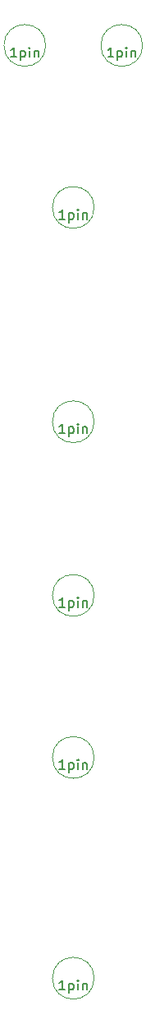
<source format=gbr>
%TF.GenerationSoftware,KiCad,Pcbnew,(5.1.6-0-10_14)*%
%TF.CreationDate,2020-11-24T12:53:37-06:00*%
%TF.ProjectId,auxboxPanel,61757862-6f78-4506-916e-656c2e6b6963,rev?*%
%TF.SameCoordinates,Original*%
%TF.FileFunction,Other,Fab,Top*%
%FSLAX46Y46*%
G04 Gerber Fmt 4.6, Leading zero omitted, Abs format (unit mm)*
G04 Created by KiCad (PCBNEW (5.1.6-0-10_14)) date 2020-11-24 12:53:37*
%MOMM*%
%LPD*%
G01*
G04 APERTURE LIST*
%ADD10C,0.100000*%
%ADD11C,0.150000*%
G04 APERTURE END LIST*
D10*
%TO.C,REF\u002A\u002A*%
X57154066Y-57000000D02*
G75*
G03*
X57154066Y-57000000I-2154066J0D01*
G01*
X67154066Y-57000000D02*
G75*
G03*
X67154066Y-57000000I-2154066J0D01*
G01*
X62154066Y-73693899D02*
G75*
G03*
X62154066Y-73693899I-2154066J0D01*
G01*
X62154066Y-95766799D02*
G75*
G03*
X62154066Y-95766799I-2154066J0D01*
G01*
X62154066Y-113660698D02*
G75*
G03*
X62154066Y-113660698I-2154066J0D01*
G01*
X62154066Y-130354597D02*
G75*
G03*
X62154066Y-130354597I-2154066J0D01*
G01*
X62154066Y-153098500D02*
G75*
G03*
X62154066Y-153098500I-2154066J0D01*
G01*
%TD*%
%TO.C,REF\u002A\u002A*%
D11*
X54142857Y-58202380D02*
X53571428Y-58202380D01*
X53857142Y-58202380D02*
X53857142Y-57202380D01*
X53761904Y-57345238D01*
X53666666Y-57440476D01*
X53571428Y-57488095D01*
X54571428Y-57535714D02*
X54571428Y-58535714D01*
X54571428Y-57583333D02*
X54666666Y-57535714D01*
X54857142Y-57535714D01*
X54952380Y-57583333D01*
X55000000Y-57630952D01*
X55047619Y-57726190D01*
X55047619Y-58011904D01*
X55000000Y-58107142D01*
X54952380Y-58154761D01*
X54857142Y-58202380D01*
X54666666Y-58202380D01*
X54571428Y-58154761D01*
X55476190Y-58202380D02*
X55476190Y-57535714D01*
X55476190Y-57202380D02*
X55428571Y-57250000D01*
X55476190Y-57297619D01*
X55523809Y-57250000D01*
X55476190Y-57202380D01*
X55476190Y-57297619D01*
X55952380Y-57535714D02*
X55952380Y-58202380D01*
X55952380Y-57630952D02*
X56000000Y-57583333D01*
X56095238Y-57535714D01*
X56238095Y-57535714D01*
X56333333Y-57583333D01*
X56380952Y-57678571D01*
X56380952Y-58202380D01*
X64142857Y-58202380D02*
X63571428Y-58202380D01*
X63857142Y-58202380D02*
X63857142Y-57202380D01*
X63761904Y-57345238D01*
X63666666Y-57440476D01*
X63571428Y-57488095D01*
X64571428Y-57535714D02*
X64571428Y-58535714D01*
X64571428Y-57583333D02*
X64666666Y-57535714D01*
X64857142Y-57535714D01*
X64952380Y-57583333D01*
X65000000Y-57630952D01*
X65047619Y-57726190D01*
X65047619Y-58011904D01*
X65000000Y-58107142D01*
X64952380Y-58154761D01*
X64857142Y-58202380D01*
X64666666Y-58202380D01*
X64571428Y-58154761D01*
X65476190Y-58202380D02*
X65476190Y-57535714D01*
X65476190Y-57202380D02*
X65428571Y-57250000D01*
X65476190Y-57297619D01*
X65523809Y-57250000D01*
X65476190Y-57202380D01*
X65476190Y-57297619D01*
X65952380Y-57535714D02*
X65952380Y-58202380D01*
X65952380Y-57630952D02*
X66000000Y-57583333D01*
X66095238Y-57535714D01*
X66238095Y-57535714D01*
X66333333Y-57583333D01*
X66380952Y-57678571D01*
X66380952Y-58202380D01*
X59142857Y-74896279D02*
X58571428Y-74896279D01*
X58857142Y-74896279D02*
X58857142Y-73896279D01*
X58761904Y-74039137D01*
X58666666Y-74134375D01*
X58571428Y-74181994D01*
X59571428Y-74229613D02*
X59571428Y-75229613D01*
X59571428Y-74277232D02*
X59666666Y-74229613D01*
X59857142Y-74229613D01*
X59952380Y-74277232D01*
X60000000Y-74324851D01*
X60047619Y-74420089D01*
X60047619Y-74705803D01*
X60000000Y-74801041D01*
X59952380Y-74848660D01*
X59857142Y-74896279D01*
X59666666Y-74896279D01*
X59571428Y-74848660D01*
X60476190Y-74896279D02*
X60476190Y-74229613D01*
X60476190Y-73896279D02*
X60428571Y-73943899D01*
X60476190Y-73991518D01*
X60523809Y-73943899D01*
X60476190Y-73896279D01*
X60476190Y-73991518D01*
X60952380Y-74229613D02*
X60952380Y-74896279D01*
X60952380Y-74324851D02*
X61000000Y-74277232D01*
X61095238Y-74229613D01*
X61238095Y-74229613D01*
X61333333Y-74277232D01*
X61380952Y-74372470D01*
X61380952Y-74896279D01*
X59142857Y-96969179D02*
X58571428Y-96969179D01*
X58857142Y-96969179D02*
X58857142Y-95969179D01*
X58761904Y-96112037D01*
X58666666Y-96207275D01*
X58571428Y-96254894D01*
X59571428Y-96302513D02*
X59571428Y-97302513D01*
X59571428Y-96350132D02*
X59666666Y-96302513D01*
X59857142Y-96302513D01*
X59952380Y-96350132D01*
X60000000Y-96397751D01*
X60047619Y-96492989D01*
X60047619Y-96778703D01*
X60000000Y-96873941D01*
X59952380Y-96921560D01*
X59857142Y-96969179D01*
X59666666Y-96969179D01*
X59571428Y-96921560D01*
X60476190Y-96969179D02*
X60476190Y-96302513D01*
X60476190Y-95969179D02*
X60428571Y-96016799D01*
X60476190Y-96064418D01*
X60523809Y-96016799D01*
X60476190Y-95969179D01*
X60476190Y-96064418D01*
X60952380Y-96302513D02*
X60952380Y-96969179D01*
X60952380Y-96397751D02*
X61000000Y-96350132D01*
X61095238Y-96302513D01*
X61238095Y-96302513D01*
X61333333Y-96350132D01*
X61380952Y-96445370D01*
X61380952Y-96969179D01*
X59142857Y-114863078D02*
X58571428Y-114863078D01*
X58857142Y-114863078D02*
X58857142Y-113863078D01*
X58761904Y-114005936D01*
X58666666Y-114101174D01*
X58571428Y-114148793D01*
X59571428Y-114196412D02*
X59571428Y-115196412D01*
X59571428Y-114244031D02*
X59666666Y-114196412D01*
X59857142Y-114196412D01*
X59952380Y-114244031D01*
X60000000Y-114291650D01*
X60047619Y-114386888D01*
X60047619Y-114672602D01*
X60000000Y-114767840D01*
X59952380Y-114815459D01*
X59857142Y-114863078D01*
X59666666Y-114863078D01*
X59571428Y-114815459D01*
X60476190Y-114863078D02*
X60476190Y-114196412D01*
X60476190Y-113863078D02*
X60428571Y-113910698D01*
X60476190Y-113958317D01*
X60523809Y-113910698D01*
X60476190Y-113863078D01*
X60476190Y-113958317D01*
X60952380Y-114196412D02*
X60952380Y-114863078D01*
X60952380Y-114291650D02*
X61000000Y-114244031D01*
X61095238Y-114196412D01*
X61238095Y-114196412D01*
X61333333Y-114244031D01*
X61380952Y-114339269D01*
X61380952Y-114863078D01*
X59142857Y-131556977D02*
X58571428Y-131556977D01*
X58857142Y-131556977D02*
X58857142Y-130556977D01*
X58761904Y-130699835D01*
X58666666Y-130795073D01*
X58571428Y-130842692D01*
X59571428Y-130890311D02*
X59571428Y-131890311D01*
X59571428Y-130937930D02*
X59666666Y-130890311D01*
X59857142Y-130890311D01*
X59952380Y-130937930D01*
X60000000Y-130985549D01*
X60047619Y-131080787D01*
X60047619Y-131366501D01*
X60000000Y-131461739D01*
X59952380Y-131509358D01*
X59857142Y-131556977D01*
X59666666Y-131556977D01*
X59571428Y-131509358D01*
X60476190Y-131556977D02*
X60476190Y-130890311D01*
X60476190Y-130556977D02*
X60428571Y-130604597D01*
X60476190Y-130652216D01*
X60523809Y-130604597D01*
X60476190Y-130556977D01*
X60476190Y-130652216D01*
X60952380Y-130890311D02*
X60952380Y-131556977D01*
X60952380Y-130985549D02*
X61000000Y-130937930D01*
X61095238Y-130890311D01*
X61238095Y-130890311D01*
X61333333Y-130937930D01*
X61380952Y-131033168D01*
X61380952Y-131556977D01*
X59142857Y-154300880D02*
X58571428Y-154300880D01*
X58857142Y-154300880D02*
X58857142Y-153300880D01*
X58761904Y-153443738D01*
X58666666Y-153538976D01*
X58571428Y-153586595D01*
X59571428Y-153634214D02*
X59571428Y-154634214D01*
X59571428Y-153681833D02*
X59666666Y-153634214D01*
X59857142Y-153634214D01*
X59952380Y-153681833D01*
X60000000Y-153729452D01*
X60047619Y-153824690D01*
X60047619Y-154110404D01*
X60000000Y-154205642D01*
X59952380Y-154253261D01*
X59857142Y-154300880D01*
X59666666Y-154300880D01*
X59571428Y-154253261D01*
X60476190Y-154300880D02*
X60476190Y-153634214D01*
X60476190Y-153300880D02*
X60428571Y-153348500D01*
X60476190Y-153396119D01*
X60523809Y-153348500D01*
X60476190Y-153300880D01*
X60476190Y-153396119D01*
X60952380Y-153634214D02*
X60952380Y-154300880D01*
X60952380Y-153729452D02*
X61000000Y-153681833D01*
X61095238Y-153634214D01*
X61238095Y-153634214D01*
X61333333Y-153681833D01*
X61380952Y-153777071D01*
X61380952Y-154300880D01*
%TD*%
M02*

</source>
